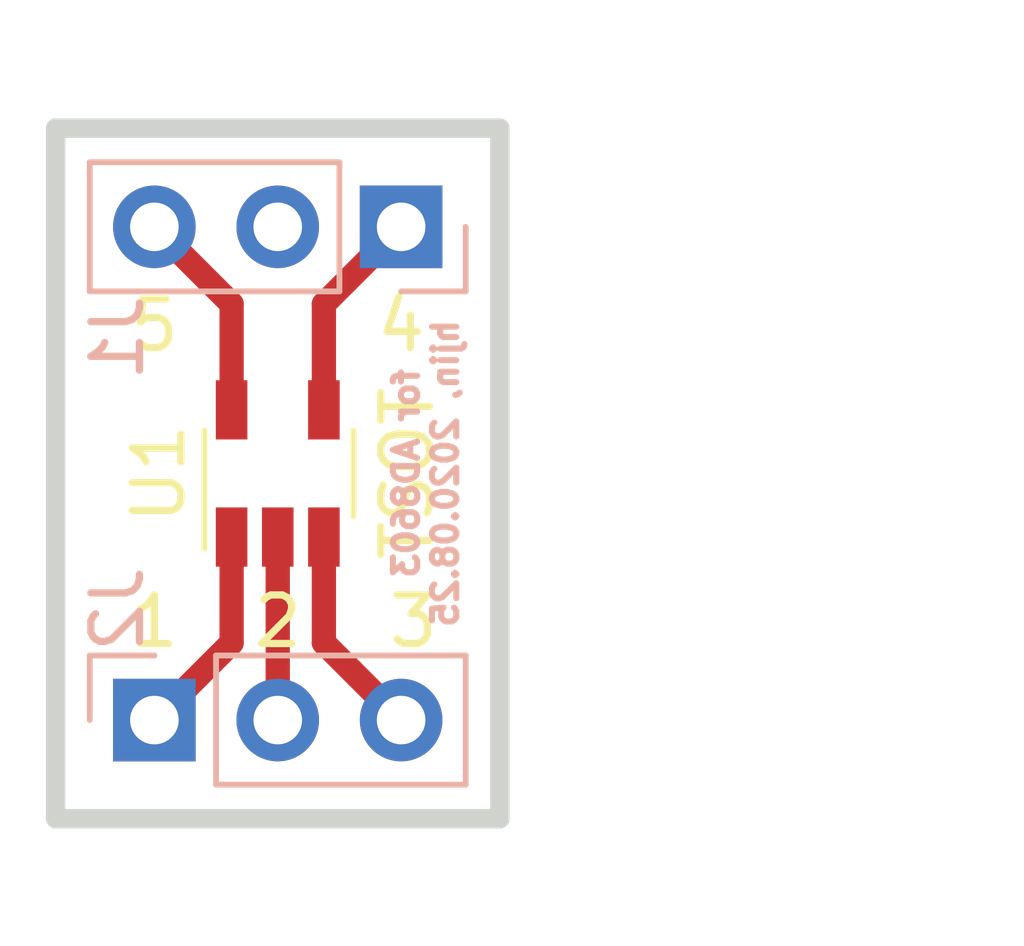
<source format=kicad_pcb>
(kicad_pcb (version 20171130) (host pcbnew "(5.1.6-0-10_14)")

  (general
    (thickness 1.6)
    (drawings 12)
    (tracks 9)
    (zones 0)
    (modules 3)
    (nets 7)
  )

  (page A4)
  (layers
    (0 F.Cu signal)
    (31 B.Cu signal)
    (32 B.Adhes user)
    (33 F.Adhes user)
    (34 B.Paste user)
    (35 F.Paste user)
    (36 B.SilkS user)
    (37 F.SilkS user)
    (38 B.Mask user)
    (39 F.Mask user)
    (40 Dwgs.User user)
    (41 Cmts.User user)
    (42 Eco1.User user)
    (43 Eco2.User user)
    (44 Edge.Cuts user)
    (45 Margin user)
    (46 B.CrtYd user)
    (47 F.CrtYd user)
    (48 B.Fab user)
    (49 F.Fab user)
  )

  (setup
    (last_trace_width 0.25)
    (trace_clearance 0.2)
    (zone_clearance 0.508)
    (zone_45_only no)
    (trace_min 0.2)
    (via_size 0.8)
    (via_drill 0.4)
    (via_min_size 0.4)
    (via_min_drill 0.3)
    (uvia_size 0.3)
    (uvia_drill 0.1)
    (uvias_allowed no)
    (uvia_min_size 0.2)
    (uvia_min_drill 0.1)
    (edge_width 0.05)
    (segment_width 0.2)
    (pcb_text_width 0.3)
    (pcb_text_size 1.5 1.5)
    (mod_edge_width 0.12)
    (mod_text_size 1 1)
    (mod_text_width 0.15)
    (pad_size 1.524 1.524)
    (pad_drill 0.762)
    (pad_to_mask_clearance 0.05)
    (aux_axis_origin 0 0)
    (visible_elements FFFFFF7F)
    (pcbplotparams
      (layerselection 0x010fc_ffffffff)
      (usegerberextensions true)
      (usegerberattributes true)
      (usegerberadvancedattributes true)
      (creategerberjobfile true)
      (excludeedgelayer true)
      (linewidth 0.100000)
      (plotframeref false)
      (viasonmask false)
      (mode 1)
      (useauxorigin false)
      (hpglpennumber 1)
      (hpglpenspeed 20)
      (hpglpendiameter 15.000000)
      (psnegative false)
      (psa4output false)
      (plotreference true)
      (plotvalue true)
      (plotinvisibletext false)
      (padsonsilk false)
      (subtractmaskfromsilk false)
      (outputformat 1)
      (mirror false)
      (drillshape 0)
      (scaleselection 1)
      (outputdirectory "gerber/"))
  )

  (net 0 "")
  (net 1 "Net-(J1-Pad1)")
  (net 2 "Net-(J1-Pad2)")
  (net 3 "Net-(J1-Pad3)")
  (net 4 "Net-(J2-Pad3)")
  (net 5 "Net-(J2-Pad2)")
  (net 6 "Net-(J2-Pad1)")

  (net_class Default "This is the default net class."
    (clearance 0.2)
    (trace_width 0.25)
    (via_dia 0.8)
    (via_drill 0.4)
    (uvia_dia 0.3)
    (uvia_drill 0.1)
    (add_net "Net-(J1-Pad1)")
    (add_net "Net-(J1-Pad2)")
    (add_net "Net-(J1-Pad3)")
    (add_net "Net-(J2-Pad1)")
    (add_net "Net-(J2-Pad2)")
    (add_net "Net-(J2-Pad3)")
  )

  (module Connector_PinHeader_2.54mm:PinHeader_1x03_P2.54mm_Vertical (layer B.Cu) (tedit 59FED5CC) (tstamp 5F44797D)
    (at 144.78 68.58 90)
    (descr "Through hole straight pin header, 1x03, 2.54mm pitch, single row")
    (tags "Through hole pin header THT 1x03 2.54mm single row")
    (path /5F446566)
    (fp_text reference J1 (at -2.286 -5.842 -90) (layer B.SilkS)
      (effects (font (size 1 1) (thickness 0.15)) (justify mirror))
    )
    (fp_text value Conn_01x03 (at 0 -7.41 -90) (layer B.Fab)
      (effects (font (size 1 1) (thickness 0.15)) (justify mirror))
    )
    (fp_line (start 1.8 1.8) (end -1.8 1.8) (layer B.CrtYd) (width 0.05))
    (fp_line (start 1.8 -6.85) (end 1.8 1.8) (layer B.CrtYd) (width 0.05))
    (fp_line (start -1.8 -6.85) (end 1.8 -6.85) (layer B.CrtYd) (width 0.05))
    (fp_line (start -1.8 1.8) (end -1.8 -6.85) (layer B.CrtYd) (width 0.05))
    (fp_line (start -1.33 1.33) (end 0 1.33) (layer B.SilkS) (width 0.12))
    (fp_line (start -1.33 0) (end -1.33 1.33) (layer B.SilkS) (width 0.12))
    (fp_line (start -1.33 -1.27) (end 1.33 -1.27) (layer B.SilkS) (width 0.12))
    (fp_line (start 1.33 -1.27) (end 1.33 -6.41) (layer B.SilkS) (width 0.12))
    (fp_line (start -1.33 -1.27) (end -1.33 -6.41) (layer B.SilkS) (width 0.12))
    (fp_line (start -1.33 -6.41) (end 1.33 -6.41) (layer B.SilkS) (width 0.12))
    (fp_line (start -1.27 0.635) (end -0.635 1.27) (layer B.Fab) (width 0.1))
    (fp_line (start -1.27 -6.35) (end -1.27 0.635) (layer B.Fab) (width 0.1))
    (fp_line (start 1.27 -6.35) (end -1.27 -6.35) (layer B.Fab) (width 0.1))
    (fp_line (start 1.27 1.27) (end 1.27 -6.35) (layer B.Fab) (width 0.1))
    (fp_line (start -0.635 1.27) (end 1.27 1.27) (layer B.Fab) (width 0.1))
    (fp_text user %R (at 0 -2.54) (layer B.Fab)
      (effects (font (size 1 1) (thickness 0.15)) (justify mirror))
    )
    (pad 1 thru_hole rect (at 0 0 90) (size 1.7 1.7) (drill 1) (layers *.Cu *.Mask)
      (net 1 "Net-(J1-Pad1)"))
    (pad 2 thru_hole oval (at 0 -2.54 90) (size 1.7 1.7) (drill 1) (layers *.Cu *.Mask)
      (net 2 "Net-(J1-Pad2)"))
    (pad 3 thru_hole oval (at 0 -5.08 90) (size 1.7 1.7) (drill 1) (layers *.Cu *.Mask)
      (net 3 "Net-(J1-Pad3)"))
    (model ${KISYS3DMOD}/Connector_PinHeader_2.54mm.3dshapes/PinHeader_1x03_P2.54mm_Vertical.wrl
      (at (xyz 0 0 0))
      (scale (xyz 1 1 1))
      (rotate (xyz 0 0 0))
    )
  )

  (module Connector_PinHeader_2.54mm:PinHeader_1x03_P2.54mm_Vertical (layer B.Cu) (tedit 59FED5CC) (tstamp 5F447ABE)
    (at 139.7 78.74 270)
    (descr "Through hole straight pin header, 1x03, 2.54mm pitch, single row")
    (tags "Through hole pin header THT 1x03 2.54mm single row")
    (path /5F446C94)
    (fp_text reference J2 (at -2.286 0.762 270) (layer B.SilkS)
      (effects (font (size 1 1) (thickness 0.15)) (justify mirror))
    )
    (fp_text value Conn_01x03 (at 0 -7.41 270) (layer B.Fab)
      (effects (font (size 1 1) (thickness 0.15)) (justify mirror))
    )
    (fp_text user %R (at 0 -2.54) (layer B.Fab)
      (effects (font (size 1 1) (thickness 0.15)) (justify mirror))
    )
    (fp_line (start -0.635 1.27) (end 1.27 1.27) (layer B.Fab) (width 0.1))
    (fp_line (start 1.27 1.27) (end 1.27 -6.35) (layer B.Fab) (width 0.1))
    (fp_line (start 1.27 -6.35) (end -1.27 -6.35) (layer B.Fab) (width 0.1))
    (fp_line (start -1.27 -6.35) (end -1.27 0.635) (layer B.Fab) (width 0.1))
    (fp_line (start -1.27 0.635) (end -0.635 1.27) (layer B.Fab) (width 0.1))
    (fp_line (start -1.33 -6.41) (end 1.33 -6.41) (layer B.SilkS) (width 0.12))
    (fp_line (start -1.33 -1.27) (end -1.33 -6.41) (layer B.SilkS) (width 0.12))
    (fp_line (start 1.33 -1.27) (end 1.33 -6.41) (layer B.SilkS) (width 0.12))
    (fp_line (start -1.33 -1.27) (end 1.33 -1.27) (layer B.SilkS) (width 0.12))
    (fp_line (start -1.33 0) (end -1.33 1.33) (layer B.SilkS) (width 0.12))
    (fp_line (start -1.33 1.33) (end 0 1.33) (layer B.SilkS) (width 0.12))
    (fp_line (start -1.8 1.8) (end -1.8 -6.85) (layer B.CrtYd) (width 0.05))
    (fp_line (start -1.8 -6.85) (end 1.8 -6.85) (layer B.CrtYd) (width 0.05))
    (fp_line (start 1.8 -6.85) (end 1.8 1.8) (layer B.CrtYd) (width 0.05))
    (fp_line (start 1.8 1.8) (end -1.8 1.8) (layer B.CrtYd) (width 0.05))
    (pad 3 thru_hole oval (at 0 -5.08 270) (size 1.7 1.7) (drill 1) (layers *.Cu *.Mask)
      (net 4 "Net-(J2-Pad3)"))
    (pad 2 thru_hole oval (at 0 -2.54 270) (size 1.7 1.7) (drill 1) (layers *.Cu *.Mask)
      (net 5 "Net-(J2-Pad2)"))
    (pad 1 thru_hole rect (at 0 0 270) (size 1.7 1.7) (drill 1) (layers *.Cu *.Mask)
      (net 6 "Net-(J2-Pad1)"))
    (model ${KISYS3DMOD}/Connector_PinHeader_2.54mm.3dshapes/PinHeader_1x03_P2.54mm_Vertical.wrl
      (at (xyz 0 0 0))
      (scale (xyz 1 1 1))
      (rotate (xyz 0 0 0))
    )
  )

  (module Package_TO_SOT_SMD:TSOT-23-5 (layer F.Cu) (tedit 5A02FF57) (tstamp 5F447D10)
    (at 142.24 73.66 90)
    (descr "5-pin TSOT23 package, http://cds.linear.com/docs/en/packaging/SOT_5_05-08-1635.pdf")
    (tags TSOT-23-5)
    (path /5F445D6C)
    (attr smd)
    (fp_text reference U1 (at 0 -2.45 90) (layer F.SilkS)
      (effects (font (size 1 1) (thickness 0.15)))
    )
    (fp_text value AD8603 (at 0 2.5 90) (layer F.Fab)
      (effects (font (size 1 1) (thickness 0.15)))
    )
    (fp_line (start 2.17 1.7) (end -2.17 1.7) (layer F.CrtYd) (width 0.05))
    (fp_line (start 2.17 1.7) (end 2.17 -1.7) (layer F.CrtYd) (width 0.05))
    (fp_line (start -2.17 -1.7) (end -2.17 1.7) (layer F.CrtYd) (width 0.05))
    (fp_line (start -2.17 -1.7) (end 2.17 -1.7) (layer F.CrtYd) (width 0.05))
    (fp_line (start 0.88 -1.45) (end 0.88 1.45) (layer F.Fab) (width 0.1))
    (fp_line (start 0.88 1.45) (end -0.88 1.45) (layer F.Fab) (width 0.1))
    (fp_line (start -0.88 -1) (end -0.88 1.45) (layer F.Fab) (width 0.1))
    (fp_line (start 0.88 -1.45) (end -0.43 -1.45) (layer F.Fab) (width 0.1))
    (fp_line (start -0.88 -1) (end -0.43 -1.45) (layer F.Fab) (width 0.1))
    (fp_line (start 0.88 -1.51) (end -1.55 -1.51) (layer F.SilkS) (width 0.12))
    (fp_line (start -0.88 1.56) (end 0.88 1.56) (layer F.SilkS) (width 0.12))
    (fp_text user %R (at 0 0) (layer F.Fab)
      (effects (font (size 0.5 0.5) (thickness 0.075)))
    )
    (pad 1 smd rect (at -1.31 -0.95 90) (size 1.22 0.65) (layers F.Cu F.Paste F.Mask)
      (net 6 "Net-(J2-Pad1)"))
    (pad 2 smd rect (at -1.31 0 90) (size 1.22 0.65) (layers F.Cu F.Paste F.Mask)
      (net 5 "Net-(J2-Pad2)"))
    (pad 3 smd rect (at -1.31 0.95 90) (size 1.22 0.65) (layers F.Cu F.Paste F.Mask)
      (net 4 "Net-(J2-Pad3)"))
    (pad 4 smd rect (at 1.31 0.95 90) (size 1.22 0.65) (layers F.Cu F.Paste F.Mask)
      (net 1 "Net-(J1-Pad1)"))
    (pad 5 smd rect (at 1.31 -0.95 90) (size 1.22 0.65) (layers F.Cu F.Paste F.Mask)
      (net 3 "Net-(J1-Pad3)"))
    (model ${KISYS3DMOD}/Package_TO_SOT_SMD.3dshapes/TSOT-23-5.wrl
      (at (xyz 0 0 0))
      (scale (xyz 1 1 1))
      (rotate (xyz 0 0 0))
    )
  )

  (gr_text "for AD8603\nhjin, 2020.08.25" (at 145.288 73.66 90) (layer B.SilkS)
    (effects (font (size 0.5 0.5) (thickness 0.125)) (justify mirror))
  )
  (gr_text TSOT (at 144.907 73.66 90) (layer F.SilkS)
    (effects (font (size 1 1) (thickness 0.15)))
  )
  (gr_line (start 137.668 80.772) (end 137.668 66.548) (layer Edge.Cuts) (width 0.4) (tstamp 5F447E13))
  (gr_line (start 146.812 80.772) (end 137.668 80.772) (layer Edge.Cuts) (width 0.4))
  (gr_line (start 146.812 66.548) (end 146.812 80.772) (layer Edge.Cuts) (width 0.4))
  (gr_line (start 137.668 66.548) (end 146.812 66.548) (layer Edge.Cuts) (width 0.4))
  (gr_text 2 (at 142.24 76.708) (layer F.SilkS)
    (effects (font (size 1 1) (thickness 0.15)))
  )
  (gr_text 5 (at 139.7 70.612) (layer F.SilkS)
    (effects (font (size 1 1) (thickness 0.15)))
  )
  (gr_text 4 (at 144.78 70.612) (layer F.SilkS)
    (effects (font (size 1 1) (thickness 0.15)))
  )
  (gr_text 3 (at 145.034 76.708) (layer F.SilkS)
    (effects (font (size 1 1) (thickness 0.15)))
  )
  (gr_text 1 (at 139.7 76.708) (layer F.SilkS)
    (effects (font (size 1 1) (thickness 0.15)))
  )
  (dimension 10.16 (width 0.15) (layer Dwgs.User)
    (gr_text "0.4000 in" (at 156.24 73.66 270) (layer Dwgs.User)
      (effects (font (size 1 1) (thickness 0.15)))
    )
    (feature1 (pts (xy 149.86 78.74) (xy 155.526421 78.74)))
    (feature2 (pts (xy 149.86 68.58) (xy 155.526421 68.58)))
    (crossbar (pts (xy 154.94 68.58) (xy 154.94 78.74)))
    (arrow1a (pts (xy 154.94 78.74) (xy 154.353579 77.613496)))
    (arrow1b (pts (xy 154.94 78.74) (xy 155.526421 77.613496)))
    (arrow2a (pts (xy 154.94 68.58) (xy 154.353579 69.706504)))
    (arrow2b (pts (xy 154.94 68.58) (xy 155.526421 69.706504)))
  )

  (segment (start 143.19 70.17) (end 144.78 68.58) (width 0.5) (layer F.Cu) (net 1))
  (segment (start 143.19 72.35) (end 143.19 70.17) (width 0.5) (layer F.Cu) (net 1))
  (segment (start 141.29 70.17) (end 139.7 68.58) (width 0.5) (layer F.Cu) (net 3))
  (segment (start 141.29 72.35) (end 141.29 70.17) (width 0.5) (layer F.Cu) (net 3))
  (segment (start 143.19 77.15) (end 144.78 78.74) (width 0.5) (layer F.Cu) (net 4))
  (segment (start 143.19 74.97) (end 143.19 77.15) (width 0.5) (layer F.Cu) (net 4))
  (segment (start 142.24 74.97) (end 142.24 78.74) (width 0.5) (layer F.Cu) (net 5))
  (segment (start 141.29 77.15) (end 139.7 78.74) (width 0.5) (layer F.Cu) (net 6))
  (segment (start 141.29 74.97) (end 141.29 77.15) (width 0.5) (layer F.Cu) (net 6))

)

</source>
